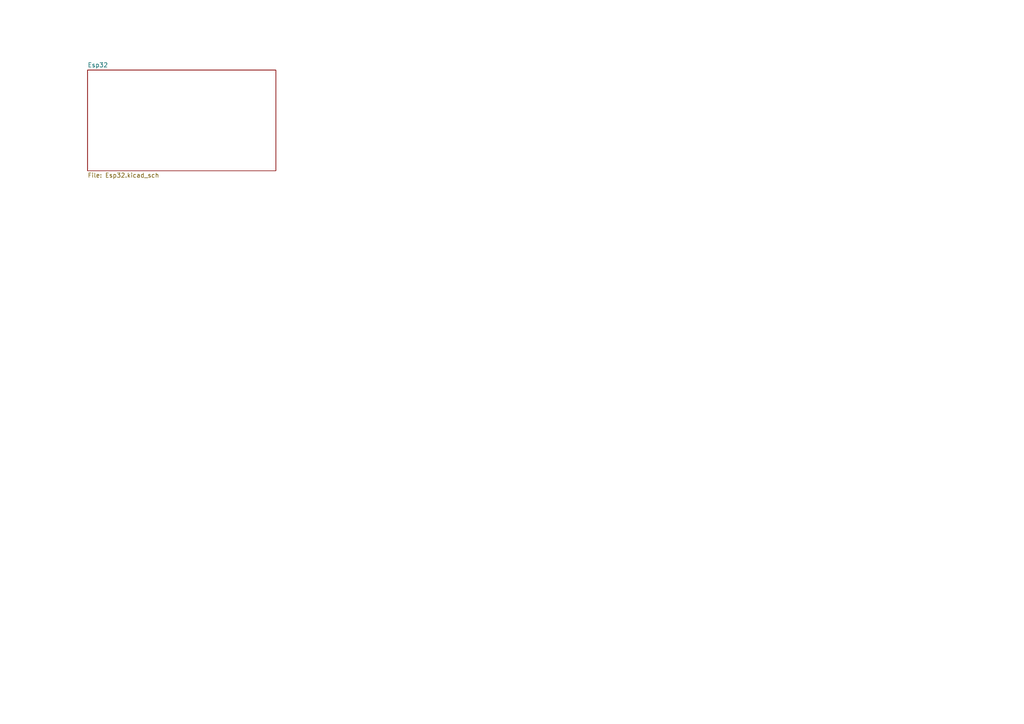
<source format=kicad_sch>
(kicad_sch
	(version 20250114)
	(generator "eeschema")
	(generator_version "9.0")
	(uuid "85cd2bc3-b142-4c9a-a9f2-621b4ed83fca")
	(paper "A4")
	(lib_symbols)
	(sheet
		(at 25.4 20.32)
		(size 54.61 29.21)
		(exclude_from_sim no)
		(in_bom yes)
		(on_board yes)
		(dnp no)
		(fields_autoplaced yes)
		(stroke
			(width 0.1524)
			(type solid)
		)
		(fill
			(color 0 0 0 0.0000)
		)
		(uuid "027bb16e-db99-46ff-8c5f-fbcc189ef338")
		(property "Sheetname" "Esp32"
			(at 25.4 19.6084 0)
			(effects
				(font
					(size 1.27 1.27)
				)
				(justify left bottom)
			)
		)
		(property "Sheetfile" "Esp32.kicad_sch"
			(at 25.4 50.1146 0)
			(effects
				(font
					(size 1.27 1.27)
				)
				(justify left top)
			)
		)
		(instances
			(project "Rayan_V3_board"
				(path "/85cd2bc3-b142-4c9a-a9f2-621b4ed83fca"
					(page "2")
				)
			)
		)
	)
	(sheet_instances
		(path "/"
			(page "1")
		)
	)
	(embedded_fonts no)
)

</source>
